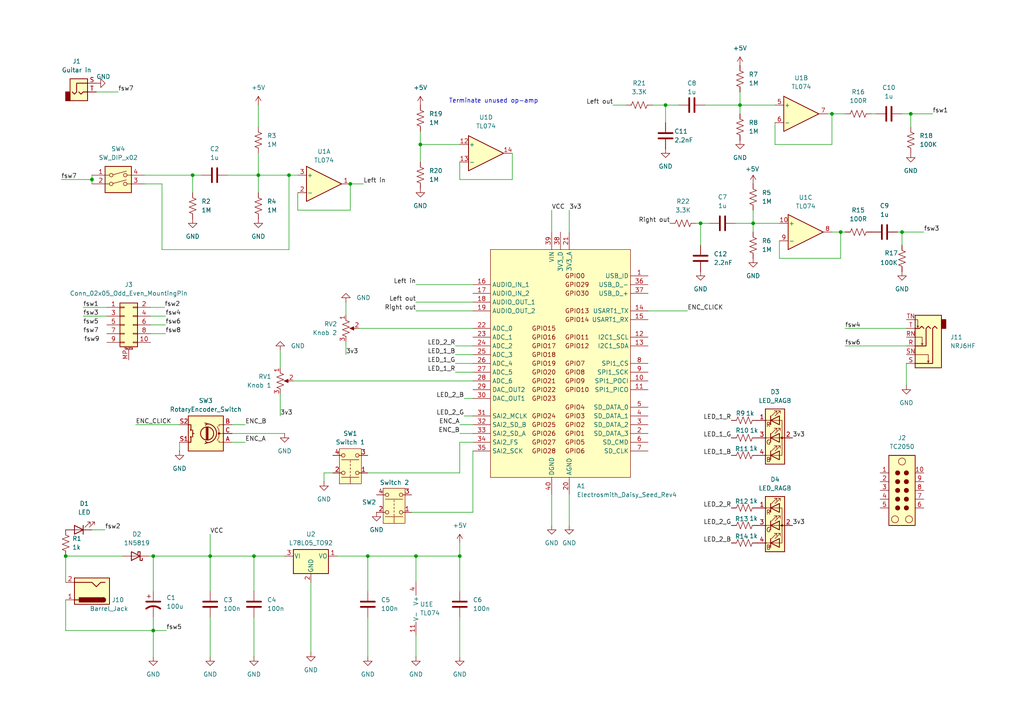
<source format=kicad_sch>
(kicad_sch (version 20250114) (generator "eeschema") (generator_version "9.0")
  (paper "A4")
  (title_block (title "Podal") (date "2025-06-09") (rev "0.4"))
  (text "Terminate unused op-amp" (at 130.175 30.099 0) (effects (font (size 1.27 1.27)) (justify left bottom)))
  (junction (at 261.62 67.31))
  (junction (at 55.88 50.8))
  (junction (at 60.96 161.29))
  (junction (at 214.63 30.48))
  (junction (at 218.44 64.77))
  (junction (at 44.45 182.88))
  (junction (at 193.04 30.48))
  (junction (at 243.84 67.31))
  (junction (at 106.68 161.29))
  (junction (at 203.2 64.77))
  (junction (at 121.92 41.91))
  (junction (at 101.6 53.34))
  (junction (at 241.3 33.02))
  (junction (at 120.65 161.29))
  (junction (at 74.93 50.8))
  (junction (at 264.16 33.02))
  (junction (at 26.67 52.07))
  (junction (at 19.05 161.29))
  (junction (at 83.82 50.8))
  (junction (at 44.45 161.29))
  (junction (at 73.66 161.29))
  (junction (at 133.35 161.29))
  (wire (pts (xy 214.63 26.67) (xy 214.63 30.48)))
  (wire (pts (xy 55.88 50.8) (xy 55.88 55.88)))
  (wire (pts (xy 252.73 33.02) (xy 254 33.02)))
  (wire (pts (xy 43.688 96.774) (xy 48.006 96.774)))
  (wire (pts (xy 74.93 50.8) (xy 74.93 55.88)))
  (wire (pts (xy 133.35 157.48) (xy 133.35 161.29)))
  (wire (pts (xy 119.38 148.59) (xy 137.16 148.59)))
  (wire (pts (xy 73.66 179.07) (xy 73.66 190.5)))
  (wire (pts (xy 43.688 91.694) (xy 48.006 91.694)))
  (wire (pts (xy 132.08 102.87) (xy 137.16 102.87)))
  (wire (pts (xy 177.8 30.48) (xy 181.61 30.48)))
  (wire (pts (xy 83.82 50.8) (xy 83.82 72.39)))
  (wire (pts (xy 52.07 128.27) (xy 52.07 130.81)))
  (wire (pts (xy 39.37 123.19) (xy 52.07 123.19)))
  (wire (pts (xy 224.79 41.91) (xy 241.3 41.91)))
  (wire (pts (xy 132.08 100.33) (xy 137.16 100.33)))
  (wire (pts (xy 264.16 33.02) (xy 264.16 36.83)))
  (wire (pts (xy 218.44 64.77) (xy 226.06 64.77)))
  (wire (pts (xy 241.3 33.02) (xy 245.11 33.02)))
  (wire (pts (xy 74.93 30.48) (xy 74.93 36.83)))
  (wire (pts (xy 74.93 50.8) (xy 83.82 50.8)))
  (wire (pts (xy 121.92 38.1) (xy 121.92 41.91)))
  (wire (pts (xy 60.96 161.29) (xy 60.96 171.45)))
  (wire (pts (xy 17.78 52.07) (xy 26.67 52.07)))
  (wire (pts (xy 86.36 60.96) (xy 101.6 60.96)))
  (wire (pts (xy 46.99 53.34) (xy 46.99 72.39)))
  (wire (pts (xy 83.82 50.8) (xy 86.36 50.8)))
  (wire (pts (xy 19.05 173.99) (xy 19.05 182.88)))
  (wire (pts (xy 67.31 125.73) (xy 82.55 125.73)))
  (wire (pts (xy 26.67 50.8) (xy 26.67 52.07)))
  (wire (pts (xy 44.45 182.88) (xy 44.45 190.5)))
  (wire (pts (xy 160.02 60.96) (xy 160.02 67.31)))
  (wire (pts (xy 106.68 161.29) (xy 106.68 171.45)))
  (wire (pts (xy 133.35 125.73) (xy 137.16 125.73)))
  (wire (pts (xy 133.35 161.29) (xy 133.35 171.45)))
  (wire (pts (xy 101.6 53.34) (xy 105.41 53.34)))
  (wire (pts (xy 260.35 67.31) (xy 261.62 67.31)))
  (wire (pts (xy 243.84 67.31) (xy 243.84 74.93)))
  (wire (pts (xy 85.09 110.49) (xy 137.16 110.49)))
  (wire (pts (xy 218.44 60.96) (xy 218.44 64.77)))
  (wire (pts (xy 132.08 107.95) (xy 137.16 107.95)))
  (wire (pts (xy 81.28 114.3) (xy 81.28 120.65)))
  (wire (pts (xy 100.33 87.63) (xy 100.33 91.44)))
  (wire (pts (xy 218.44 64.77) (xy 218.44 67.31)))
  (wire (pts (xy 104.14 95.25) (xy 137.16 95.25)))
  (wire (pts (xy 73.66 161.29) (xy 73.66 171.45)))
  (wire (pts (xy 134.62 120.65) (xy 137.16 120.65)))
  (wire (pts (xy 24.13 89.154) (xy 30.988 89.154)))
  (wire (pts (xy 46.99 72.39) (xy 83.82 72.39)))
  (wire (pts (xy 193.04 30.48) (xy 196.85 30.48)))
  (wire (pts (xy 262.89 105.41) (xy 262.89 111.76)))
  (wire (pts (xy 101.6 53.34) (xy 101.6 60.96)))
  (wire (pts (xy 132.08 105.41) (xy 137.16 105.41)))
  (wire (pts (xy 137.16 128.27) (xy 133.35 128.27)))
  (wire (pts (xy 243.84 67.31) (xy 245.11 67.31)))
  (wire (pts (xy 261.62 67.31) (xy 261.62 71.12)))
  (wire (pts (xy 187.96 90.17) (xy 199.39 90.17)))
  (wire (pts (xy 44.45 161.29) (xy 44.45 171.45)))
  (wire (pts (xy 43.688 94.234) (xy 48.006 94.234)))
  (wire (pts (xy 121.92 41.91) (xy 121.92 46.99)))
  (wire (pts (xy 134.62 115.57) (xy 137.16 115.57)))
  (wire (pts (xy 46.99 53.34) (xy 41.91 53.34)))
  (wire (pts (xy 240.03 33.02) (xy 241.3 33.02)))
  (wire (pts (xy 120.65 90.17) (xy 137.16 90.17)))
  (wire (pts (xy 26.67 153.67) (xy 30.48 153.67)))
  (wire (pts (xy 43.18 161.29) (xy 44.45 161.29)))
  (wire (pts (xy 133.35 179.07) (xy 133.35 190.5)))
  (wire (pts (xy 213.36 64.77) (xy 218.44 64.77)))
  (wire (pts (xy 66.04 50.8) (xy 74.93 50.8)))
  (wire (pts (xy 44.45 161.29) (xy 60.96 161.29)))
  (wire (pts (xy 226.06 74.93) (xy 243.84 74.93)))
  (wire (pts (xy 106.68 161.29) (xy 120.65 161.29)))
  (wire (pts (xy 121.92 41.91) (xy 133.35 41.91)))
  (wire (pts (xy 41.91 50.8) (xy 55.88 50.8)))
  (wire (pts (xy 203.2 64.77) (xy 203.2 71.12)))
  (wire (pts (xy 19.05 161.29) (xy 35.56 161.29)))
  (wire (pts (xy 160.02 143.51) (xy 160.02 152.4)))
  (wire (pts (xy 44.45 182.88) (xy 48.26 182.88)))
  (wire (pts (xy 189.23 30.48) (xy 193.04 30.48)))
  (wire (pts (xy 264.16 33.02) (xy 270.51 33.02)))
  (wire (pts (xy 74.93 44.45) (xy 74.93 50.8)))
  (wire (pts (xy 193.04 30.48) (xy 193.04 35.56)))
  (wire (pts (xy 60.96 161.29) (xy 73.66 161.29)))
  (wire (pts (xy 214.63 30.48) (xy 214.63 33.02)))
  (wire (pts (xy 165.1 143.51) (xy 165.1 152.4)))
  (wire (pts (xy 120.65 87.63) (xy 137.16 87.63)))
  (wire (pts (xy 60.96 154.94) (xy 60.96 161.29)))
  (wire (pts (xy 24.13 91.694) (xy 30.988 91.694)))
  (wire (pts (xy 106.68 137.16) (xy 133.35 137.16)))
  (wire (pts (xy 86.36 55.88) (xy 86.36 60.96)))
  (wire (pts (xy 133.35 46.99) (xy 133.35 52.07)))
  (wire (pts (xy 261.62 67.31) (xy 267.97 67.31)))
  (wire (pts (xy 133.35 52.07) (xy 148.59 52.07)))
  (wire (pts (xy 245.11 95.25) (xy 262.89 95.25)))
  (wire (pts (xy 90.17 168.91) (xy 90.17 189.23)))
  (wire (pts (xy 165.1 60.96) (xy 165.1 67.31)))
  (wire (pts (xy 96.52 137.16) (xy 93.98 137.16)))
  (wire (pts (xy 261.62 33.02) (xy 264.16 33.02)))
  (wire (pts (xy 19.05 161.29) (xy 19.05 168.91)))
  (wire (pts (xy 203.2 64.77) (xy 205.74 64.77)))
  (wire (pts (xy 81.28 101.6) (xy 81.28 106.68)))
  (wire (pts (xy 214.63 30.48) (xy 224.79 30.48)))
  (wire (pts (xy 93.98 137.16) (xy 93.98 139.7)))
  (wire (pts (xy 67.31 128.27) (xy 71.12 128.27)))
  (wire (pts (xy 120.65 82.55) (xy 137.16 82.55)))
  (wire (pts (xy 73.66 161.29) (xy 82.55 161.29)))
  (wire (pts (xy 19.05 182.88) (xy 44.45 182.88)))
  (wire (pts (xy 120.65 161.29) (xy 120.65 168.91)))
  (wire (pts (xy 201.93 64.77) (xy 203.2 64.77)))
  (wire (pts (xy 137.16 130.81) (xy 137.16 148.59)))
  (wire (pts (xy 224.79 35.56) (xy 224.79 41.91)))
  (wire (pts (xy 67.31 123.19) (xy 71.12 123.19)))
  (wire (pts (xy 133.35 123.19) (xy 137.16 123.19)))
  (wire (pts (xy 241.3 33.02) (xy 241.3 41.91)))
  (wire (pts (xy 245.11 100.33) (xy 262.89 100.33)))
  (wire (pts (xy 100.33 99.06) (xy 100.33 102.87)))
  (wire (pts (xy 120.65 161.29) (xy 133.35 161.29)))
  (wire (pts (xy 27.94 26.67) (xy 34.29 26.67)))
  (wire (pts (xy 60.96 179.07) (xy 60.96 190.5)))
  (wire (pts (xy 26.67 52.07) (xy 26.67 53.34)))
  (wire (pts (xy 106.68 179.07) (xy 106.68 190.5)))
  (wire (pts (xy 133.35 128.27) (xy 133.35 137.16)))
  (wire (pts (xy 226.06 69.85) (xy 226.06 74.93)))
  (wire (pts (xy 204.47 30.48) (xy 214.63 30.48)))
  (wire (pts (xy 55.88 50.8) (xy 58.42 50.8)))
  (wire (pts (xy 148.59 52.07) (xy 148.59 44.45)))
  (wire (pts (xy 120.65 184.15) (xy 120.65 190.5)))
  (wire (pts (xy 44.45 179.07) (xy 44.45 182.88)))
  (wire (pts (xy 97.79 161.29) (xy 106.68 161.29)))
  (wire (pts (xy 241.3 67.31) (xy 243.84 67.31)))
  (wire (pts (xy 43.688 89.154) (xy 47.752 89.154)))
  (label "VCC" (at 160.02 60.96 0))
  (label "3v3" (at 229.87 152.4 0))
  (label "LED_2_R" (at 132.08 100.33 180))
  (label "ENC_CLICK" (at 39.37 123.19 0))
  (label "fsw6" (at 48.006 94.234 0))
  (label "Right out" (at 120.65 90.17 180))
  (label "Left out" (at 177.8 30.48 180))
  (label "ENC_B" (at 133.35 125.73 180))
  (label "ENC_A" (at 71.12 128.27 0))
  (label "LED_1_G" (at 132.08 105.41 180))
  (label "fsw3" (at 267.97 67.31 0))
  (label "LED_2_B" (at 212.09 157.48 180))
  (label "Right out" (at 194.31 64.77 180))
  (label "fsw3" (at 24.13 91.694 0))
  (label "LED_2_G" (at 212.09 152.4 180))
  (label "fsw4" (at 245.11 95.25 0))
  (label "fsw6" (at 245.11 100.33 0))
  (label "fsw5" (at 24.13 94.234 0))
  (label "fsw1" (at 270.51 33.02 0))
  (label "3v3" (at 165.1 60.96 0))
  (label "fsw2" (at 47.752 89.154 0))
  (label "LED_2_G" (at 134.62 120.65 180))
  (label "fsw7" (at 17.78 52.07 0))
  (label "VCC" (at 60.96 154.94 0))
  (label "fsw1" (at 24.13 89.154 0))
  (label "LED_1_R" (at 132.08 107.95 180))
  (label "LED_1_B" (at 132.08 102.87 180))
  (label "Left in" (at 105.41 53.34 0))
  (label "fsw2" (at 30.48 153.67 0))
  (label "fsw5" (at 48.26 182.88 0))
  (label "fsw9" (at 24.384 99.314 0))
  (label "LED_1_R" (at 212.09 121.92 180))
  (label "fsw7" (at 24.13 96.774 0))
  (label "Left in" (at 120.65 82.55 180))
  (label "LED_1_B" (at 212.09 132.08 180))
  (label "fsw7" (at 34.29 26.67 0))
  (label "ENC_CLICK" (at 199.39 90.17 0))
  (label "ENC_B" (at 71.12 123.19 0))
  (label "Left out" (at 120.65 87.63 180))
  (label "3v3" (at 81.28 120.65 0))
  (label "LED_2_R" (at 212.09 147.32 180))
  (label "LED_1_G" (at 212.09 127 180))
  (label "LED_2_B" (at 134.62 115.57 180))
  (label "3v3" (at 229.87 127 0))
  (label "fsw4" (at 48.006 91.694 0))
  (label "fsw8" (at 48.006 96.774 0))
  (label "ENC_A" (at 133.35 123.19 180))
  (label "3v3" (at 100.33 102.87 0))
  (symbol (lib_name "GND_15") (lib_id "power:GND") (at 203.2 78.74 0) (unit 1)
    (property "Reference" "#PWR032" (effects (hide yes)))
    (property "Value" "GND" (at 203.2 83.82 0))
    (property "Description" "Power symbol creates a global label with name \"GND\" , ground" (effects (hide yes)))
  )
  (symbol (lib_id "Device:R_US") (at 215.9 127 90) (unit 1)
    (property "Reference" "R10" (at 215.265 124.841 90))
    (property "Value" "1k" (at 218.694 124.841 90))
    (property "Footprint" "Resistor_THT:R_Axial_DIN0207_L6.3mm_D2.5mm_P10.16mm_Horizontal" (effects (hide yes)))
  )
  (symbol (lib_id "Device:R_US") (at 215.9 147.32 90) (unit 1)
    (property "Reference" "R12" (at 215.138 145.415 90))
    (property "Value" "1k" (at 218.567 145.288 90))
    (property "Footprint" "Resistor_THT:R_Axial_DIN0207_L6.3mm_D2.5mm_P10.16mm_Horizontal" (effects (hide yes)))
  )
  (symbol (lib_id "Device:LED_RAGB") (at 224.79 127 0) (unit 1)
    (property "Reference" "D3" (at 224.79 113.665 0))
    (property "Value" "LED_RAGB" (at 224.79 116.205 0))
    (property "Footprint" "LED_THT:LED_D5.0mm-4_RGB" (effects (hide yes)))
  )
  (symbol (lib_id "Device:R_US") (at 248.92 33.02 90) (unit 1)
    (property "Reference" "R16" (at 248.92 26.67 90))
    (property "Value" "100R" (at 248.92 29.21 90))
    (property "Footprint" "Resistor_THT:R_Axial_DIN0207_L6.3mm_D2.5mm_P10.16mm_Horizontal" (effects (hide yes)))
  )
  (symbol (lib_name "GND_14") (lib_id "power:GND") (at 109.22 148.59 0) (unit 1)
    (property "Reference" "#PWR013" (effects (hide yes)))
    (property "Value" "GND" (at 109.22 153.67 0))
    (property "Description" "Power symbol creates a global label with name \"GND\" , ground" (effects (hide yes)))
  )
  (symbol (lib_id "Device:RotaryEncoder_Switch") (at 59.69 125.73 180) (unit 1)
    (property "Reference" "SW3" (at 59.69 116.205 0))
    (property "Value" "RotaryEncoder_Switch" (at 59.69 118.745 0))
    (property "Footprint" "Rotary_Encoder:RotaryEncoder_Alps_EC12E-Switch_Vertical_H20mm" (effects (hide yes)))
  )
  (symbol (lib_id "Device:R_US") (at 74.93 40.64 0) (unit 1)
    (property "Reference" "R3" (at 77.47 39.37 0) (effects (justify left)))
    (property "Value" "1M" (at 77.47 41.91 0) (effects (justify left)))
    (property "Footprint" "Resistor_THT:R_Axial_DIN0207_L6.3mm_D2.5mm_P10.16mm_Horizontal" (effects (hide yes)))
  )
  (symbol (lib_id "Device:C") (at 200.66 30.48 90) (unit 1)
    (property "Reference" "C8" (at 200.66 24.13 90))
    (property "Value" "1u" (at 200.66 26.67 90))
    (property "Footprint" "Capacitor_THT:C_Rect_L7.0mm_W2.5mm_P5.00mm" (effects (hide yes)))
  )
  (symbol (lib_id "Device:R_US") (at 215.9 132.08 90) (unit 1)
    (property "Reference" "R11" (at 215.138 130.175 90))
    (property "Value" "1k" (at 218.567 130.048 90))
    (property "Footprint" "Resistor_THT:R_Axial_DIN0207_L6.3mm_D2.5mm_P10.16mm_Horizontal" (effects (hide yes)))
  )
  (symbol (lib_name "GND_22") (lib_id "power:GND") (at 120.65 190.5 0) (unit 1)
    (property "Reference" "#PWR015" (effects (hide yes)))
    (property "Value" "GND" (at 120.65 195.58 0))
    (property "Description" "Power symbol creates a global label with name \"GND\" , ground" (effects (hide yes)))
  )
  (symbol (lib_name "+5V_2") (lib_id "power:+5V") (at 121.92 30.48 0) (unit 1)
    (property "Reference" "#PWR029" (effects (hide yes)))
    (property "Value" "+5V" (at 121.92 25.4 0))
    (property "Description" "Power symbol creates a global label with name \"+5V\"" (effects (hide yes)))
  )
  (symbol (lib_id "Connector:TC2050") (at 260.35 142.24 0) (unit 1) (in_bom no)
    (property "Reference" "J2" (at 261.62 127 0))
    (property "Value" "TC2050" (at 261.62 129.54 0))
    (property "Footprint" "Connector_IDC:IDC-Header_2x05_P2.54mm_Vertical" (effects (hide yes)))
    (property "Datasheet" "https://www.tag-connect.com/wp-content/uploads/bsk-pdf-manager/TC2050-IDC-NL_Datasheet_8.pdf" (effects (hide yes)))
    (property "Description" "Tag-Connect’s 10-pins connector" (effects (hide yes)))
  )
  (symbol (lib_name "GND_16") (lib_id "power:GND") (at 214.63 40.64 0) (unit 1)
    (property "Reference" "#PWR024" (effects (hide yes)))
    (property "Value" "GND" (at 214.63 45.72 0))
    (property "Description" "Power symbol creates a global label with name \"GND\" , ground" (effects (hide yes)))
  )
  (symbol (lib_id "Amplifier_Operational:TL074") (at 140.97 44.45 0) (unit 4)
    (property "Reference" "U1" (at 140.97 34.036 0))
    (property "Value" "TL074" (at 140.97 36.576 0))
    (property "Footprint" "Package_DIP:DIP-14_W7.62mm_Socket" (effects (hide yes)))
    (property "Datasheet" "http://www.ti.com/lit/ds/symlink/tl071.pdf" (effects (hide yes)))
  )
  (symbol (lib_id "power:GND") (at 93.98 139.7 0) (unit 1)
    (property "Reference" "#PWR010" (effects (hide yes)))
    (property "Value" "GND" (at 93.98 144.78 0))
    (property "Description" "Power symbol creates a global label with name \"GND\" , ground" (effects (hide yes)))
  )
  (symbol (lib_name "GND_2") (lib_id "power:GND") (at 55.88 63.5 0) (unit 1)
    (property "Reference" "#PWR02" (effects (hide yes)))
    (property "Value" "GND" (at 55.88 68.58 0))
    (property "Description" "Power symbol creates a global label with name \"GND\" , ground" (effects (hide yes)))
  )
  (symbol (lib_id "Device:R_US") (at 218.44 57.15 0) (unit 1)
    (property "Reference" "R5" (at 220.98 55.88 0) (effects (justify left)))
    (property "Value" "1M" (at 220.98 58.42 0) (effects (justify left)))
    (property "Footprint" "Resistor_THT:R_Axial_DIN0207_L6.3mm_D2.5mm_P10.16mm_Horizontal" (effects (hide yes)))
  )
  (symbol (lib_id "Device:C") (at 106.68 175.26 180) (unit 1)
    (property "Reference" "C5" (at 110.49 173.99 0) (effects (justify right)))
    (property "Value" "100n" (at 110.49 176.53 0) (effects (justify right)))
    (property "Footprint" "Capacitor_THT:C_Rect_L7.0mm_W2.5mm_P5.00mm" (effects (hide yes)))
  )
  (symbol (lib_id "Device:R_US") (at 74.93 59.69 0) (unit 1)
    (property "Reference" "R4" (at 77.47 58.42 0) (effects (justify left)))
    (property "Value" "1M" (at 77.47 60.96 0) (effects (justify left)))
    (property "Footprint" "Resistor_THT:R_Axial_DIN0207_L6.3mm_D2.5mm_P10.16mm_Horizontal" (effects (hide yes)))
  )
  (symbol (lib_id "Amplifier_Operational:TL074") (at 123.19 176.53 0) (unit 5)
    (property "Reference" "U1" (at 121.793 175.26 0) (effects (justify left)))
    (property "Value" "TL074" (at 121.793 177.8 0) (effects (justify left)))
    (property "Footprint" "Package_DIP:DIP-14_W7.62mm_Socket" (effects (hide yes)))
    (property "Datasheet" "http://www.ti.com/lit/ds/symlink/tl071.pdf" (effects (hide yes)))
  )
  (symbol (lib_name "GND_10") (lib_id "power:GND") (at 82.55 125.73 0) (unit 1)
    (property "Reference" "#PWR016" (effects (hide yes)))
    (property "Value" "GND" (at 82.55 130.81 0))
    (property "Description" "Power symbol creates a global label with name \"GND\" , ground" (effects (hide yes)))
  )
  (symbol (lib_name "GND_5") (lib_id "power:GND") (at 73.66 190.5 0) (unit 1)
    (property "Reference" "#PWR07" (effects (hide yes)))
    (property "Value" "GND" (at 73.66 195.58 0))
    (property "Description" "Power symbol creates a global label with name \"GND\" , ground" (effects (hide yes)))
  )
  (symbol (lib_id "Device:R_Potentiometer_US") (at 100.33 95.25 0) (unit 1)
    (property "Reference" "RV2" (at 97.79 93.98 0) (effects (justify right)))
    (property "Value" "Knob 2" (at 97.79 96.52 0) (effects (justify right)))
    (property "Footprint" "Potentiometer_THT:Potentiometer_Alps_RK09K_Single_Vertical" (effects (hide yes)))
  )
  (symbol (lib_name "GND_23") (lib_id "power:GND") (at 133.35 190.5 0) (unit 1)
    (property "Reference" "#PWR018" (effects (hide yes)))
    (property "Value" "GND" (at 133.35 195.58 0))
    (property "Description" "Power symbol creates a global label with name \"GND\" , ground" (effects (hide yes)))
  )
  (symbol (lib_id "Switch:SW_Push_Dual") (at 114.3 146.05 180) (unit 1)
    (property "Reference" "SW2" (at 107.061 145.669 0))
    (property "Value" "Switch 2" (at 114.427 139.954 0))
    (property "Footprint" "Connector_Wire:SolderWire-0.15sqmm_1x02_P4mm_D0.5mm_OD1.5mm" (effects (hide yes)))
  )
  (symbol (lib_id "Amplifier_Operational:TL074") (at 232.41 33.02 0) (unit 2)
    (property "Reference" "U1" (at 232.41 22.606 0))
    (property "Value" "TL074" (at 232.41 25.146 0))
    (property "Footprint" "Package_DIP:DIP-14_W7.62mm_Socket" (effects (hide yes)))
    (property "Datasheet" "http://www.ti.com/lit/ds/symlink/tl071.pdf" (effects (hide yes)))
  )
  (symbol (lib_name "GND_6") (lib_id "power:GND") (at 106.68 190.5 0) (unit 1)
    (property "Reference" "#PWR012" (effects (hide yes)))
    (property "Value" "GND" (at 106.68 195.58 0))
    (property "Description" "Power symbol creates a global label with name \"GND\" , ground" (effects (hide yes)))
  )
  (symbol (lib_name "+5V_1") (lib_id "power:+5V") (at 74.93 30.48 0) (unit 1)
    (property "Reference" "#PWR04" (effects (hide yes)))
    (property "Value" "+5V" (at 74.93 25.4 0))
    (property "Description" "Power symbol creates a global label with name \"+5V\"" (effects (hide yes)))
  )
  (symbol (lib_name "GND_7") (lib_id "power:GND") (at 44.45 190.5 0) (unit 1)
    (property "Reference" "#PWR03" (effects (hide yes)))
    (property "Value" "GND" (at 44.45 195.58 0))
    (property "Description" "Power symbol creates a global label with name \"GND\" , ground" (effects (hide yes)))
  )
  (symbol (lib_id "Connector_Audio:NRJ6HF") (at 267.97 100.33 180) (unit 1)
    (property "Reference" "J11" (at 275.59 97.7899 0) (effects (justify right)))
    (property "Value" "NRJ6HF" (at 275.59 100.3299 0) (effects (justify right)))
    (property "Footprint" "Connector_Audio:Jack_6.35mm_Neutrik_NRJ6HF_Horizontal" (effects (hide yes)))
    (property "Datasheet" "https://www.neutrik.com/en/product/nrj6hf" (effects (hide yes)))
    (property "Description" "Slim Jacks, 6.35mm (1/4in) stereo jack, switched, fully threaded nose" (effects (hide yes)))
  )
  (symbol (lib_id "power:+5V") (at 133.35 157.48 0) (unit 1)
    (property "Reference" "#PWR017" (effects (hide yes)))
    (property "Value" "+5V" (at 133.35 152.4 0))
    (property "Description" "Power symbol creates a global label with name \"+5V\"" (effects (hide yes)))
  )
  (symbol (lib_id "Device:LED_RAGB") (at 224.79 152.4 0) (unit 1)
    (property "Reference" "D4" (at 224.79 139.065 0))
    (property "Value" "LED_RAGB" (at 224.79 141.605 0))
    (property "Footprint" "LED_THT:LED_D5.0mm-4_RGB" (effects (hide yes)))
  )
  (symbol (lib_id "Device:R_US") (at 218.44 71.12 0) (unit 1)
    (property "Reference" "R6" (at 220.98 69.85 0) (effects (justify left)))
    (property "Value" "1M" (at 220.98 72.39 0) (effects (justify left)))
    (property "Footprint" "Resistor_THT:R_Axial_DIN0207_L6.3mm_D2.5mm_P10.16mm_Horizontal" (effects (hide yes)))
  )
  (symbol (lib_id "Device:C_Polarized_US") (at 44.45 175.26 0) (unit 1)
    (property "Reference" "C1" (at 48.26 173.355 0) (effects (justify left)))
    (property "Value" "100u" (at 48.26 175.895 0) (effects (justify left)))
    (property "Footprint" "Capacitor_THT:C_Radial_D5.0mm_H11.0mm_P2.00mm" (effects (hide yes)))
  )
  (symbol (lib_id "Regulator_Linear:L78L05_TO92") (at 90.17 161.29 0) (unit 1)
    (property "Reference" "U2" (at 90.17 154.94 0))
    (property "Value" "L78L05_TO92" (at 90.17 157.48 0))
    (property "Footprint" "Library:TO-92_Inline_Wide_78L05_dc" (effects (hide yes)))
    (property "Datasheet" "http://www.st.com/content/ccc/resource/technical/document/datasheet/15/55/e5/aa/23/5b/43/fd/CD00000446.pdf/files/CD00000446.pdf/jcr:content/translations/en.CD00000446.pdf" (effects (hide yes)))
  )
  (symbol (lib_name "GND_8") (lib_id "power:GND") (at 60.96 190.5 0) (unit 1)
    (property "Reference" "#PWR06" (effects (hide yes)))
    (property "Value" "GND" (at 60.96 195.58 0))
    (property "Description" "Power symbol creates a global label with name \"GND\" , ground" (effects (hide yes)))
  )
  (symbol (lib_id "Device:C") (at 133.35 175.26 180) (unit 1)
    (property "Reference" "C6" (at 137.16 173.99 0) (effects (justify right)))
    (property "Value" "100n" (at 137.16 176.53 0) (effects (justify right)))
    (property "Footprint" "Capacitor_THT:C_Rect_L7.0mm_W2.5mm_P5.00mm" (effects (hide yes)))
  )
  (symbol (lib_id "Device:C") (at 209.55 64.77 90) (unit 1)
    (property "Reference" "C7" (at 209.55 57.15 90))
    (property "Value" "1u" (at 209.55 59.69 90))
    (property "Footprint" "Capacitor_THT:C_Rect_L7.0mm_W2.5mm_P5.00mm" (effects (hide yes)))
  )
  (symbol (lib_id "Connector:Barrel_Jack") (at 26.67 171.45 180) (unit 1)
    (property "Reference" "J10" (at 32.385 173.99 0) (effects (justify right)))
    (property "Value" "Barrel_Jack" (at 26.035 176.53 0) (effects (justify right)))
    (property "Footprint" "Connector_BarrelJack:BarrelJack_Horizontal" (effects (hide yes)))
    (property "Description" "DC Barrel Jack" (effects (hide yes)))
  )
  (symbol (lib_id "Device:C") (at 60.96 175.26 180) (unit 1)
    (property "Reference" "C3" (at 64.77 173.99 0) (effects (justify right)))
    (property "Value" "100n" (at 64.77 176.53 0) (effects (justify right)))
    (property "Footprint" "Capacitor_THT:C_Rect_L7.0mm_W2.5mm_P5.00mm" (effects (hide yes)))
  )
  (symbol (lib_id "Device:R_US") (at 198.12 64.77 90) (unit 1)
    (property "Reference" "R22" (at 198.12 58.42 90))
    (property "Value" "3.3K" (at 198.12 60.96 90))
    (property "Footprint" "Resistor_THT:R_Axial_DIN0207_L6.3mm_D2.5mm_P10.16mm_Horizontal" (effects (hide yes)))
  )
  (symbol (lib_id "Amplifier_Operational:TL074") (at 93.98 53.34 0) (unit 1)
    (property "Reference" "U1" (at 93.98 43.942 0))
    (property "Value" "TL074" (at 93.98 46.482 0))
    (property "Footprint" "Package_DIP:DIP-14_W7.62mm_Socket" (effects (hide yes)))
    (property "Datasheet" "http://www.ti.com/lit/ds/symlink/tl071.pdf" (effects (hide yes)))
  )
  (symbol (lib_id "Device:R_US") (at 261.62 74.93 0) (unit 1)
    (property "Reference" "R17" (at 256.54 73.406 0) (effects (justify left)))
    (property "Value" "100K" (at 255.27 76.2 0) (effects (justify left)))
    (property "Footprint" "Resistor_THT:R_Axial_DIN0207_L6.3mm_D2.5mm_P10.16mm_Horizontal" (effects (hide yes)))
  )
  (symbol (lib_id "Device:R_US") (at 214.63 22.86 0) (unit 1)
    (property "Reference" "R7" (at 217.17 21.59 0) (effects (justify left)))
    (property "Value" "1M" (at 217.17 24.13 0) (effects (justify left)))
    (property "Footprint" "Resistor_THT:R_Axial_DIN0207_L6.3mm_D2.5mm_P10.16mm_Horizontal" (effects (hide yes)))
  )
  (symbol (lib_name "GND_17") (lib_id "power:GND") (at 218.44 74.93 0) (unit 1)
    (property "Reference" "#PWR022" (effects (hide yes)))
    (property "Value" "GND" (at 218.44 80.01 0))
    (property "Description" "Power symbol creates a global label with name \"GND\" , ground" (effects (hide yes)))
  )
  (symbol (lib_name "GND_11") (lib_id "power:GND") (at 100.33 87.63 180) (unit 1)
    (property "Reference" "#PWR011" (effects (hide yes)))
    (property "Value" "GND" (at 103.378 86.36 0) (effects (justify right)))
    (property "Description" "Power symbol creates a global label with name \"GND\" , ground" (effects (hide yes)))
  )
  (symbol (lib_id "MCU_Module:Electrosmith_Daisy_Seed_Rev4") (at 162.56 105.41 0) (unit 1)
    (property "Reference" "A1" (at 167.2941 140.97 0) (effects (justify left)))
    (property "Value" "Electrosmith_Daisy_Seed_Rev4" (at 167.2941 143.51 0) (effects (justify left)))
    (property "Footprint" "Module:Electrosmith_Daisy_Seed" (effects (hide yes)))
    (property "Datasheet" "https://static1.squarespace.com/static/58d03fdc1b10e3bf442567b8/t/6227e6236f02fb68d1577146/1646781988478/Daisy_Seed_datasheet_v1.0.3.pdf" (effects (hide yes)))
  )
  (symbol (lib_name "GND_3") (lib_id "power:GND") (at 121.92 54.61 0) (unit 1)
    (property "Reference" "#PWR030" (effects (hide yes)))
    (property "Value" "GND" (at 121.92 59.69 0))
    (property "Description" "Power symbol creates a global label with name \"GND\" , ground" (effects (hide yes)))
  )
  (symbol (lib_id "Device:R_US") (at 55.88 59.69 0) (unit 1)
    (property "Reference" "R2" (at 58.42 58.42 0) (effects (justify left)))
    (property "Value" "1M" (at 58.42 60.96 0) (effects (justify left)))
    (property "Footprint" "Resistor_THT:R_Axial_DIN0207_L6.3mm_D2.5mm_P10.16mm_Horizontal" (effects (hide yes)))
  )
  (symbol (lib_id "Connector_Generic_MountingPin:Conn_02x05_Odd_Even_MountingPin") (at 36.068 94.234 0) (unit 1)
    (property "Reference" "J3" (at 37.338 82.55 0))
    (property "Value" "Conn_02x05_Odd_Even_MountingPin" (at 37.338 85.09 0))
    (property "Description" "Generic connectable mounting pin connector, double row, 02x05, odd/even pin numbering scheme (row 1 odd numbers, row 2 even numbers), script generated (kicad-library-utils/schlib/autogen/connector/)" (effects (hide yes)))
  )
  (symbol (lib_id "Device:R_US") (at 121.92 50.8 0) (unit 1)
    (property "Reference" "R20" (at 124.46 49.53 0) (effects (justify left)))
    (property "Value" "1M" (at 124.46 52.07 0) (effects (justify left)))
    (property "Footprint" "Resistor_THT:R_Axial_DIN0207_L6.3mm_D2.5mm_P10.16mm_Horizontal" (effects (hide yes)))
  )
  (symbol (lib_name "GND_18") (lib_id "power:GND") (at 193.04 43.18 0) (unit 1)
    (property "Reference" "#PWR031" (effects (hide yes)))
    (property "Value" "GND" (at 193.04 48.26 0))
    (property "Description" "Power symbol creates a global label with name \"GND\" , ground" (effects (hide yes)))
  )
  (symbol (lib_name "GND_12") (lib_id "power:GND") (at 81.28 101.6 180) (unit 1)
    (property "Reference" "#PWR08" (effects (hide yes)))
    (property "Value" "GND" (at 84.328 100.33 0) (effects (justify right)))
    (property "Description" "Power symbol creates a global label with name \"GND\" , ground" (effects (hide yes)))
  )
  (symbol (lib_id "Device:LED") (at 22.86 153.67 180) (unit 1)
    (property "Reference" "D1" (at 24.4475 146.05 0))
    (property "Value" "LED" (at 24.4475 148.59 0))
    (property "Footprint" "LED_THT:LED_D1.8mm_W3.3mm_H2.4mm" (effects (hide yes)))
    (property "Description" "Light emitting diode" (effects (hide yes)))
    (property "Sim.Pins" "1=K 2=A" (effects (hide yes)))
  )
  (symbol (lib_id "Switch:SW_Push_Dual") (at 101.6 134.62 180) (unit 1)
    (property "Reference" "SW1" (at 101.6 125.73 0))
    (property "Value" "Switch 1" (at 101.6 128.27 0))
    (property "Footprint" "Connector_Wire:SolderWire-0.15sqmm_1x02_P4mm_D0.5mm_OD1.5mm" (effects (hide yes)))
  )
  (symbol (lib_name "GND_1") (lib_id "power:GND") (at 27.94 24.13 90) (unit 1)
    (property "Reference" "#PWR01" (effects (hide yes)))
    (property "Value" "GND" (at 27.94 22.225 90) (effects (justify right)))
    (property "Description" "Power symbol creates a global label with name \"GND\" , ground" (effects (hide yes)))
  )
  (symbol (lib_id "Device:R_US") (at 264.16 40.64 0) (unit 1)
    (property "Reference" "R18" (at 266.7 39.37 0) (effects (justify left)))
    (property "Value" "100K" (at 266.7 41.91 0) (effects (justify left)))
    (property "Footprint" "Resistor_THT:R_Axial_DIN0207_L6.3mm_D2.5mm_P10.16mm_Horizontal" (effects (hide yes)))
  )
  (symbol (lib_name "GND_9") (lib_id "power:GND") (at 90.17 189.23 0) (unit 1)
    (property "Reference" "#PWR09" (effects (hide yes)))
    (property "Value" "GND" (at 90.17 194.31 0))
    (property "Description" "Power symbol creates a global label with name \"GND\" , ground" (effects (hide yes)))
  )
  (symbol (lib_id "Device:C") (at 257.81 33.02 90) (unit 1)
    (property "Reference" "C10" (at 257.81 25.4 90))
    (property "Value" "1u" (at 257.81 27.94 90))
    (property "Footprint" "Capacitor_THT:C_Rect_L7.0mm_W2.5mm_P5.00mm" (effects (hide yes)))
  )
  (symbol (lib_name "GND_19") (lib_id "power:GND") (at 264.16 44.45 0) (unit 1)
    (property "Reference" "#PWR028" (effects (hide yes)))
    (property "Value" "GND" (at 264.16 49.53 0))
    (property "Description" "Power symbol creates a global label with name \"GND\" , ground" (effects (hide yes)))
  )
  (symbol (lib_id "Device:R_US") (at 215.9 152.4 90) (unit 1)
    (property "Reference" "R13" (at 215.138 150.495 90))
    (property "Value" "1k" (at 218.567 150.368 90))
    (property "Footprint" "Resistor_THT:R_Axial_DIN0207_L6.3mm_D2.5mm_P10.16mm_Horizontal" (effects (hide yes)))
  )
  (symbol (lib_id "Amplifier_Operational:TL074") (at 233.68 67.31 0) (unit 3)
    (property "Reference" "U1" (at 233.68 57.277 0))
    (property "Value" "TL074" (at 233.68 59.817 0))
    (property "Footprint" "Package_DIP:DIP-14_W7.62mm_Socket" (effects (hide yes)))
    (property "Datasheet" "http://www.ti.com/lit/ds/symlink/tl071.pdf" (effects (hide yes)))
  )
  (symbol (lib_id "Device:C") (at 73.66 175.26 180) (unit 1)
    (property "Reference" "C4" (at 77.47 173.99 0) (effects (justify right)))
    (property "Value" "100n" (at 77.47 176.53 0) (effects (justify right)))
    (property "Footprint" "Capacitor_THT:C_Rect_L7.0mm_W2.5mm_P5.00mm" (effects (hide yes)))
  )
  (symbol (lib_id "Device:C") (at 203.2 74.93 180) (unit 1)
    (property "Reference" "C12" (at 207.01 73.66 0) (effects (justify right)))
    (property "Value" "2.2nF" (at 207.01 76.2 0) (effects (justify right)))
    (property "Footprint" "Capacitor_THT:C_Rect_L7.0mm_W2.5mm_P5.00mm" (effects (hide yes)))
  )
  (symbol (lib_id "Device:R_US") (at 215.9 157.48 90) (unit 1)
    (property "Reference" "R14" (at 215.138 155.575 90))
    (property "Value" "1k" (at 218.567 155.448 90))
    (property "Footprint" "Resistor_THT:R_Axial_DIN0207_L6.3mm_D2.5mm_P10.16mm_Horizontal" (effects (hide yes)))
  )
  (symbol (lib_id "Device:C") (at 256.54 67.31 90) (unit 1)
    (property "Reference" "C9" (at 256.54 59.69 90))
    (property "Value" "1u" (at 256.54 62.23 90))
    (property "Footprint" "Capacitor_THT:C_Rect_L7.0mm_W2.5mm_P5.00mm" (effects (hide yes)))
  )
  (symbol (lib_name "GND_24") (lib_id "power:GND") (at 160.02 152.4 0) (unit 1)
    (property "Reference" "#PWR019" (effects (hide yes)))
    (property "Value" "GND" (at 160.02 157.48 0))
    (property "Description" "Power symbol creates a global label with name \"GND\" , ground" (effects (hide yes)))
  )
  (symbol (lib_id "Connector_Audio:AudioJack2") (at 22.86 26.67 0) (unit 1)
    (property "Reference" "J1" (at 22.225 17.78 0))
    (property "Value" "Guitar in" (at 22.225 20.32 0))
    (property "Footprint" "Connector_Audio:Jack_6.35mm_Neutrik_NRJ6HF-1-AU_Horizontal" (effects (hide yes)))
  )
  (symbol (lib_id "Device:C") (at 193.04 39.37 180) (unit 1)
    (property "Reference" "C11" (at 195.58 38.1 0) (effects (justify right)))
    (property "Value" "2.2nF" (at 195.58 40.64 0) (effects (justify right)))
    (property "Footprint" "Capacitor_THT:C_Rect_L7.0mm_W2.5mm_P5.00mm" (effects (hide yes)))
  )
  (symbol (lib_name "GND_4") (lib_id "power:GND") (at 74.93 63.5 0) (unit 1)
    (property "Reference" "#PWR05" (effects (hide yes)))
    (property "Value" "GND" (at 74.93 68.58 0))
    (property "Description" "Power symbol creates a global label with name \"GND\" , ground" (effects (hide yes)))
  )
  (symbol (lib_name "GND_25") (lib_id "power:GND") (at 165.1 152.4 0) (unit 1)
    (property "Reference" "#PWR020" (effects (hide yes)))
    (property "Value" "GND" (at 165.1 157.48 0))
    (property "Description" "Power symbol creates a global label with name \"GND\" , ground" (effects (hide yes)))
  )
  (symbol (lib_id "Device:R_US") (at 19.05 157.48 180) (unit 1)
    (property "Reference" "R1" (at 20.955 156.21 0) (effects (justify right)))
    (property "Value" "1k" (at 20.955 158.75 0) (effects (justify right)))
    (property "Footprint" "Resistor_THT:R_Axial_DIN0207_L6.3mm_D2.5mm_P10.16mm_Horizontal" (effects (hide yes)))
  )
  (symbol (lib_id "Device:R_Potentiometer_US") (at 81.28 110.49 0) (unit 1)
    (property "Reference" "RV1" (at 78.74 109.22 0) (effects (justify right)))
    (property "Value" "Knob 1" (at 78.74 111.76 0) (effects (justify right)))
    (property "Footprint" "Potentiometer_THT:Potentiometer_Alps_RK09K_Single_Vertical" (effects (hide yes)))
  )
  (symbol (lib_name "+5V_3") (lib_id "power:+5V") (at 218.44 53.34 0) (unit 1)
    (property "Reference" "#PWR021" (effects (hide yes)))
    (property "Value" "+5V" (at 218.186 49.022 0))
    (property "Description" "Power symbol creates a global label with name \"+5V\"" (effects (hide yes)))
  )
  (symbol (lib_id "Device:C") (at 62.23 50.8 90) (unit 1)
    (property "Reference" "C2" (at 62.23 43.18 90))
    (property "Value" "1u" (at 62.23 45.72 90))
    (property "Footprint" "Capacitor_THT:C_Rect_L7.0mm_W2.5mm_P5.00mm" (effects (hide yes)))
  )
  (symbol (lib_id "Device:R_US") (at 248.92 67.31 90) (unit 1)
    (property "Reference" "R15" (at 248.92 60.96 90))
    (property "Value" "100R" (at 248.92 63.5 90))
    (property "Footprint" "Resistor_THT:R_Axial_DIN0207_L6.3mm_D2.5mm_P10.16mm_Horizontal" (effects (hide yes)))
  )
  (symbol (lib_id "Device:R_US") (at 215.9 121.92 90) (unit 1)
    (property "Reference" "R9" (at 214.757 119.888 90))
    (property "Value" "1k" (at 217.551 119.888 90))
    (property "Footprint" "Resistor_THT:R_Axial_DIN0207_L6.3mm_D2.5mm_P10.16mm_Horizontal" (effects (hide yes)))
  )
  (symbol (lib_name "GND_13") (lib_id "power:GND") (at 52.07 130.81 0) (unit 1)
    (property "Reference" "#PWR014" (effects (hide yes)))
    (property "Value" "GND" (at 52.07 135.89 0))
    (property "Description" "Power symbol creates a global label with name \"GND\" , ground" (effects (hide yes)))
  )
  (symbol (lib_id "Device:R_US") (at 214.63 36.83 0) (unit 1)
    (property "Reference" "R8" (at 217.17 35.56 0) (effects (justify left)))
    (property "Value" "1M" (at 217.17 38.1 0) (effects (justify left)))
    (property "Footprint" "Resistor_THT:R_Axial_DIN0207_L6.3mm_D2.5mm_P10.16mm_Horizontal" (effects (hide yes)))
  )
  (symbol (lib_name "GND_20") (lib_id "power:GND") (at 262.89 111.76 0) (unit 1)
    (property "Reference" "#PWR026" (effects (hide yes)))
    (property "Value" "GND" (at 262.89 116.84 0))
    (property "Description" "Power symbol creates a global label with name \"GND\" , ground" (effects (hide yes)))
  )
  (symbol (lib_id "Switch:SW_DIP_x02") (at 34.29 53.34 0) (unit 1)
    (property "Reference" "SW4" (at 34.29 43.18 0))
    (property "Value" "SW_DIP_x02" (at 34.29 45.72 0))
    (property "Footprint" "Button_Switch_THT:SW_DIP_SPSTx02_Slide_9.78x7.26mm_W7.62mm_P2.54mm" (effects (hide yes)))
    (property "Description" "2x DIP Switch, Single Pole Single Throw (SPST) switch, small symbol" (effects (hide yes)))
  )
  (symbol (lib_name "GND_21") (lib_id "power:GND") (at 261.62 78.74 0) (unit 1)
    (property "Reference" "#PWR025" (effects (hide yes)))
    (property "Value" "GND" (at 261.62 83.82 0))
    (property "Description" "Power symbol creates a global label with name \"GND\" , ground" (effects (hide yes)))
  )
  (symbol (lib_id "Device:R_US") (at 185.42 30.48 90) (unit 1)
    (property "Reference" "R21" (at 185.42 24.13 90))
    (property "Value" "3.3K" (at 185.42 26.67 90))
    (property "Footprint" "Resistor_THT:R_Axial_DIN0207_L6.3mm_D2.5mm_P10.16mm_Horizontal" (effects (hide yes)))
  )
  (symbol (lib_id "Diode:1N5819") (at 39.37 161.29 180) (unit 1)
    (property "Reference" "D2" (at 39.6875 154.94 0))
    (property "Value" "1N5819" (at 39.6875 157.48 0))
    (property "Footprint" "Diode_THT:D_DO-41_SOD81_P7.62mm_Horizontal" (effects (hide yes)))
    (property "Datasheet" "http://www.vishay.com/docs/88525/1n5817.pdf" (effects (hide yes)))
  )
  (symbol (lib_name "+5V_4") (lib_id "power:+5V") (at 214.63 19.05 0) (unit 1)
    (property "Reference" "#PWR023" (effects (hide yes)))
    (property "Value" "+5V" (at 214.63 13.97 0))
    (property "Description" "Power symbol creates a global label with name \"+5V\"" (effects (hide yes)))
  )
  (symbol (lib_id "Device:R_US") (at 121.92 34.29 0) (unit 1)
    (property "Reference" "R19" (at 124.46 33.02 0) (effects (justify left)))
    (property "Value" "1M" (at 124.46 35.56 0) (effects (justify left)))
    (property "Footprint" "Resistor_THT:R_Axial_DIN0207_L6.3mm_D2.5mm_P10.16mm_Horizontal" (effects (hide yes)))
  )
)
</source>
